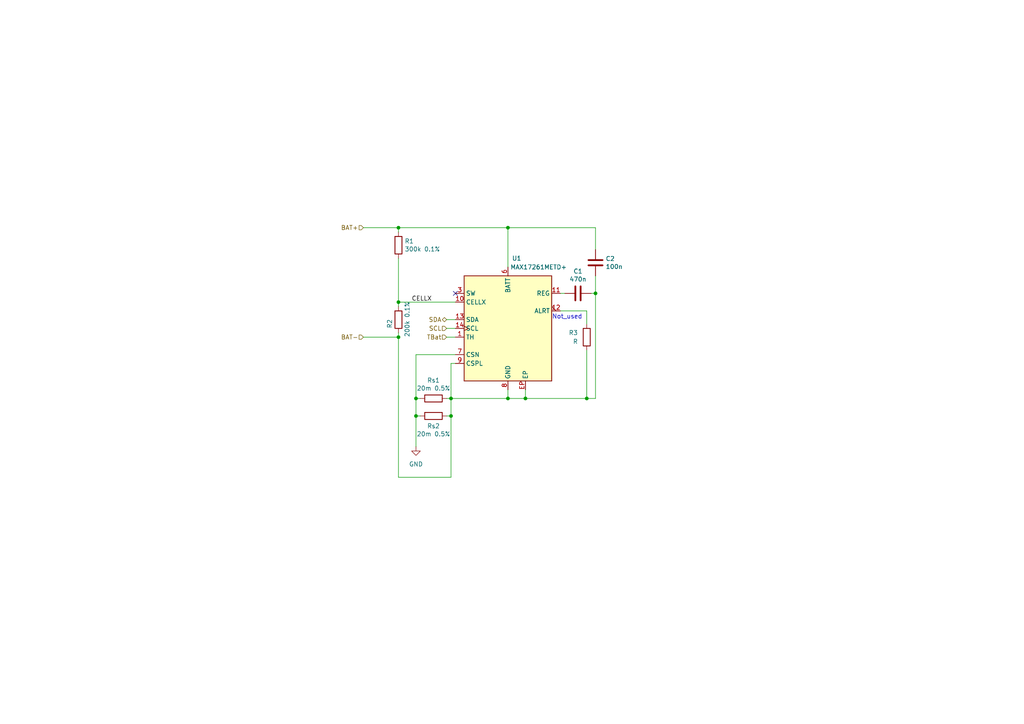
<source format=kicad_sch>
(kicad_sch (version 20211123) (generator eeschema)
  (paper "A4")
  (lib_symbols
    (symbol "Device:C" (pin_numbers hide) (pin_names (offset 0.254))
      (property "Reference" "C" (at 0.635 2.54 0))
      (property "Value" "C" (at 0.635 -2.54 0))
      (symbol "C_0_1"
        (polyline (pts (xy -2.032 -0.762) (xy 2.032 -0.762)) (stroke (width 0.508)))
        (polyline (pts (xy -2.032 0.762) (xy 2.032 0.762)) (stroke (width 0.508)))
      )
      (symbol "C_1_1"
        (pin passive line (at 0 3.81 270) (length 2.794) (name "~") (number "1"))
        (pin passive line (at 0 -3.81 90) (length 2.794) (name "~") (number "2"))
      )
    )
    (symbol "Device:R" (pin_numbers hide) (pin_names (offset 0))
      (property "Reference" "R" (at 2.032 0 90))
      (property "Value" "R" (at 0 0 90))
      (symbol "R_0_1"
        (rectangle (start -1.016 -2.54) (end 1.016 2.54) (stroke (width 0.254)))
      )
      (symbol "R_1_1"
        (pin passive line (at 0 3.81 270) (length 1.27) (name "~") (number "1"))
        (pin passive line (at 0 -3.81 90) (length 1.27) (name "~") (number "2"))
      )
    )
    (symbol "lsf-kicad:MAX17261METD+"
      (property "Reference" "U" (at 0 5.08 0))
      (property "Value" "MAX17261METD+" (at 0 1.27 0))
      (symbol "MAX17261METD+_0_1"
        (rectangle (start -12.7 15.24) (end 12.7 -15.24) (stroke (width 0.254)) (fill (type background)))
      )
      (symbol "MAX17261METD+_1_1"
        (pin input line (at -15.24 -2.54 0) (length 2.54) (name "TH") (number "1"))
        (pin passive line (at -15.24 7.62 0) (length 2.54) (name "CELLX") (number "10"))
        (pin power_out line (at 15.24 10.16 180) (length 2.54) (name "REG") (number "11"))
        (pin open_collector output_low (at 15.24 5.08 180) (length 2.54) (name "ALRT") (number "12"))
        (pin bidirectional line (at -15.24 2.54 0) (length 2.54) (name "SDA") (number "13"))
        (pin input clock (at -15.24 0 0) (length 2.54) (name "SCL") (number "14"))
        (pin no_connect line (at -10.16 -17.78 90) (length 2.54) hide (name "NC") (number "2"))
        (pin output line (at -15.24 10.16 0) (length 2.54) (name "SW") (number "3"))
        (pin no_connect line (at -7.62 -17.78 90) (length 2.54) hide (name "NC") (number "4"))
        (pin no_connect line (at -5.08 -17.78 90) (length 2.54) hide (name "NC") (number "5"))
        (pin power_in line (at 0 17.78 270) (length 2.54) (name "BATT") (number "6"))
        (pin passive line (at -15.24 -7.62 0) (length 2.54) (name "CSN") (number "7"))
        (pin power_in line (at 0 -17.78 90) (length 2.54) (name "GND") (number "8"))
        (pin passive line (at -15.24 -10.16 0) (length 2.54) (name "CSPL") (number "9"))
        (pin power_in line (at 5.08 -17.78 90) (length 2.54) (name "EP") (number "EP"))
      )
    )
    (symbol "power:GND" (power) (pin_names (offset 0))
      (property "Value" "GND" (at 0 -3.81 0))
      (symbol "GND_0_1"
        (polyline (pts (xy 0 0) (xy 0 -1.27) (xy 1.27 -1.27) (xy 0 -2.54) (xy -1.27 -1.27) (xy 0 -1.27)))
      )
      (symbol "GND_1_1"
        (pin power_in line (at 0 0 270) (length 0) hide (name "GND") (number "1"))
      )
    )
  )
  (junction (at 170.18 115.57))
  (junction (at 147.32 66.04))
  (junction (at 120.65 115.57))
  (junction (at 115.57 66.04))
  (junction (at 130.81 120.65))
  (junction (at 115.57 87.63))
  (junction (at 115.57 97.79))
  (junction (at 130.81 115.57))
  (junction (at 120.65 120.65))
  (junction (at 147.32 115.57))
  (junction (at 152.4 115.57))
  (junction (at 172.72 85.09))
  (no_connect (at 132.08 85.09))
  (wire (pts (xy 147.32 77.47) (xy 147.32 66.04)))
  (wire (pts (xy 147.32 113.03) (xy 147.32 115.57)))
  (wire (pts (xy 172.72 85.09) (xy 172.72 115.57)))
  (wire (pts (xy 115.57 87.63) (xy 115.57 88.9)))
  (wire (pts (xy 132.08 102.87) (xy 120.65 102.87)))
  (wire (pts (xy 115.57 97.79) (xy 115.57 96.52)))
  (wire (pts (xy 172.72 85.09) (xy 171.45 85.09)))
  (wire (pts (xy 170.18 115.57) (xy 172.72 115.57)))
  (wire (pts (xy 170.18 101.6) (xy 170.18 115.57)))
  (wire (pts (xy 129.54 95.25) (xy 132.08 95.25)))
  (wire (pts (xy 132.08 105.41) (xy 130.81 105.41)))
  (wire (pts (xy 147.32 66.04) (xy 172.72 66.04)))
  (wire (pts (xy 162.56 85.09) (xy 163.83 85.09)))
  (wire (pts (xy 120.65 120.65) (xy 120.65 129.54)))
  (wire (pts (xy 162.56 90.17) (xy 170.18 90.17)))
  (wire (pts (xy 115.57 97.79) (xy 115.57 138.43)))
  (wire (pts (xy 121.92 120.65) (xy 120.65 120.65)))
  (wire (pts (xy 115.57 66.04) (xy 115.57 67.31)))
  (wire (pts (xy 132.08 97.79) (xy 129.54 97.79)))
  (wire (pts (xy 115.57 138.43) (xy 130.81 138.43)))
  (wire (pts (xy 152.4 115.57) (xy 147.32 115.57)))
  (wire (pts (xy 115.57 74.93) (xy 115.57 87.63)))
  (wire (pts (xy 170.18 90.17) (xy 170.18 93.98)))
  (wire (pts (xy 129.54 92.71) (xy 132.08 92.71)))
  (wire (pts (xy 152.4 113.03) (xy 152.4 115.57)))
  (wire (pts (xy 120.65 120.65) (xy 120.65 115.57)))
  (wire (pts (xy 105.41 97.79) (xy 115.57 97.79)))
  (wire (pts (xy 152.4 115.57) (xy 170.18 115.57)))
  (wire (pts (xy 172.72 85.09) (xy 172.72 80.01)))
  (wire (pts (xy 120.65 115.57) (xy 121.92 115.57)))
  (wire (pts (xy 130.81 115.57) (xy 147.32 115.57)))
  (wire (pts (xy 130.81 105.41) (xy 130.81 115.57)))
  (wire (pts (xy 130.81 138.43) (xy 130.81 120.65)))
  (wire (pts (xy 115.57 87.63) (xy 132.08 87.63)))
  (wire (pts (xy 120.65 102.87) (xy 120.65 115.57)))
  (wire (pts (xy 172.72 72.39) (xy 172.72 66.04)))
  (wire (pts (xy 147.32 66.04) (xy 115.57 66.04)))
  (wire (pts (xy 130.81 115.57) (xy 130.81 120.65)))
  (wire (pts (xy 130.81 120.65) (xy 129.54 120.65)))
  (wire (pts (xy 105.41 66.04) (xy 115.57 66.04)))
  (wire (pts (xy 129.54 115.57) (xy 130.81 115.57)))
  (text "Not_used" (at 168.91 92.71 180) (effects (font (size 1.27 1.27)) (justify right bottom)))
  (label "CELLX" (at 119.38 87.63 0))
  (hierarchical_label "BAT+" (shape input) (at 105.41 66.04 180))
  (hierarchical_label "SDA" (shape bidirectional) (at 129.54 92.71 180))
  (hierarchical_label "TBat" (shape input) (at 129.54 97.79 180))
  (hierarchical_label "SCL" (shape input) (at 129.54 95.25 180))
  (hierarchical_label "BAT-" (shape input) (at 105.41 97.79 180))
  (symbol (lib_id "Device:R") (at 125.73 115.57 270) (unit 1)
    (property "Reference" "Rs1" (at 125.73 110.3122 90))
    (property "Value" "20m 0.5%" (at 125.73 112.6236 90))
    (property "Footprint" "Resistor_SMD:R_0603_1608Metric" (effects hide))
    (property "Part Number" "PE0603FRF070R02L" (effects hide))
  )
  (symbol (lib_id "lsf-kicad:MAX17261METD+") (at 147.32 95.25 0) (unit 1)
    (property "Reference" "U1" (at 149.86 74.93 0))
    (property "Value" "MAX17261METD+" (at 156.21 77.47 0))
    (property "Footprint" "lsf-kicad-lib:TDFN-14-1EP_3x3mm_P0.4mm_EP1.7x2.3mm" (effects hide))
    (property "Datasheet" "https://datasheets.maximintegrated.com/en/ds/MAX17261.pdf" (effects hide))
    (property "Part Number" "MAX17261METD+" (effects hide))
  )
  (symbol (lib_id "Device:C") (at 167.64 85.09 90) (unit 1)
    (property "Reference" "C1" (at 167.64 78.6892 90))
    (property "Value" "470n" (at 167.64 81.0006 90))
    (property "Footprint" "Capacitor_SMD:C_0603_1608Metric" (effects hide))
    (property "Part Number" "C0603C474K4RACAUTO " (effects hide))
  )
  (symbol (lib_id "Device:R") (at 115.57 92.71 0) (unit 1)
    (property "Reference" "R2" (at 113.03 95.25 90) (effects (justify left)))
    (property "Value" "200k 0.1%" (at 118.11 97.79 90) (effects (justify left)))
    (property "Footprint" "Resistor_SMD:R_0603_1608Metric" (effects hide))
    (property "Part Number" "ERA-3AEB204V" (effects hide))
  )
  (symbol (lib_id "Device:R") (at 125.73 120.65 270) (unit 1)
    (property "Reference" "Rs2" (at 125.73 123.571 90))
    (property "Value" "20m 0.5%" (at 125.73 125.8824 90))
    (property "Footprint" "Resistor_SMD:R_0603_1608Metric" (effects hide))
    (property "Part Number" "PE0603FRF070R02L" (effects hide))
  )
  (symbol (lib_id "Device:R") (at 170.18 97.79 0) (unit 1)
    (property "Reference" "R3" (at 167.64 96.5199 0) (effects (justify right)))
    (property "Value" "R" (at 167.64 99.0599 0) (effects (justify right)))
    (property "Footprint" "Resistor_SMD:R_0603_1608Metric" (effects hide))
  )
  (symbol (lib_id "Device:R") (at 115.57 71.12 0) (unit 1)
    (property "Reference" "R1" (at 117.348 69.9516 0) (effects (justify left)))
    (property "Value" "300k 0.1%" (at 117.348 72.263 0) (effects (justify left)))
    (property "Footprint" "Resistor_SMD:R_0603_1608Metric" (effects hide))
    (property "Part Number" "ERA-3AEB304V" (effects hide))
  )
  (symbol (lib_id "Device:C") (at 172.72 76.2 0) (unit 1)
    (property "Reference" "C2" (at 175.641 75.0316 0) (effects (justify left)))
    (property "Value" "100n" (at 175.641 77.343 0) (effects (justify left)))
    (property "Footprint" "Capacitor_SMD:C_0603_1608Metric" (effects hide))
    (property "Part Number" "C0603C104K5RAC3121 " (effects hide))
  )
  (symbol (lib_id "power:GND") (at 120.65 129.54 0) (unit 1)
    (property "Reference" "#PWR02" (effects hide))
    (property "Value" "GND" (at 120.65 134.62 0))
  )
)
</source>
